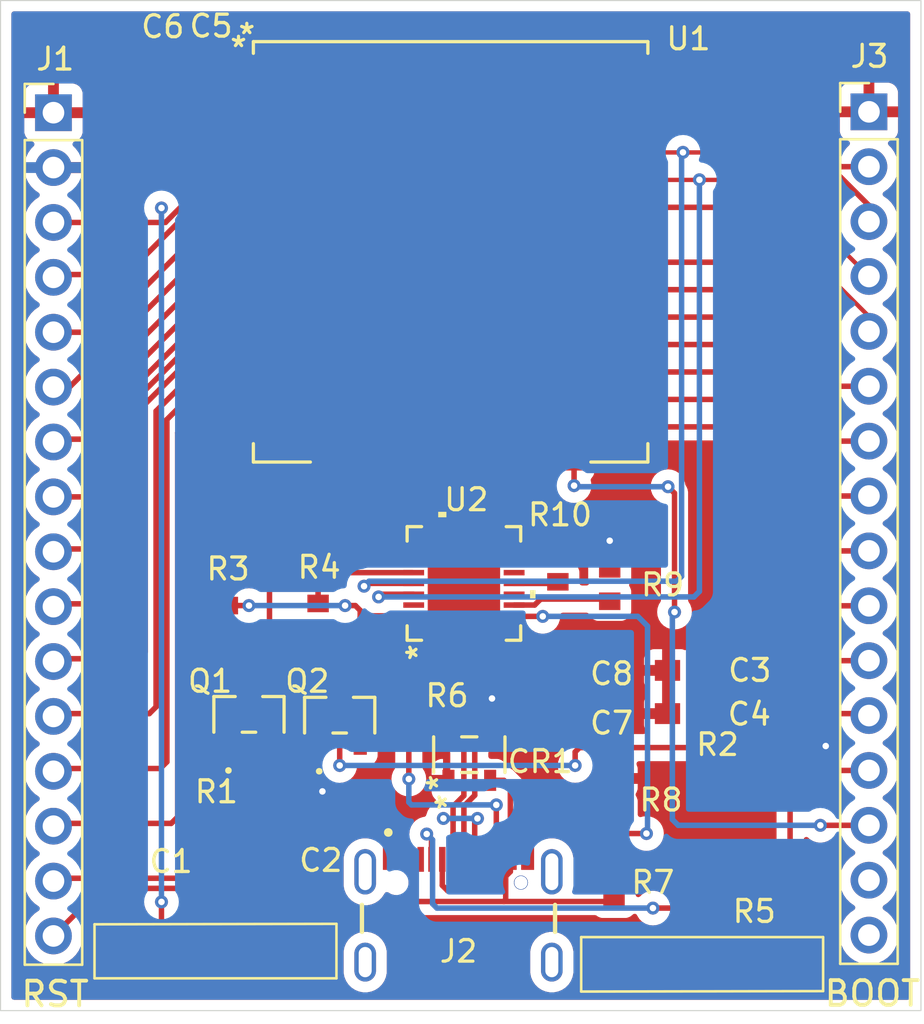
<source format=kicad_pcb>
(kicad_pcb (version 20240108) (generator "pcbnew") (generator_version "8.0")
  (layers (0 "F.Cu" signal) (31 "B.Cu" signal) (34 "B.Paste" user) (35 "F.Paste" user) (36 "B.SilkS" user "B.Silkscreen") (37 "F.SilkS" user "F.Silkscreen") (38 "B.Mask" user) (39 "F.Mask" user) (44 "Edge.Cuts" user))
  (net 0 "")
  (net 1 "ESP32_En")
  (net 2 "GND")
  (net 3 "+3.3V")
  (net 4 "GPIO_0")
  (net 5 "USB_DP")
  (net 6 "VBUS")
  (net 7 "USB_DN")
  (net 8 "RTS")
  (net 11 "DTR")
  (net 12 "Net-(J2-CC1)")
  (net 13 "Net-(J2-CC2)")
  (net 16 "Net-(Q1-B)")
  (net 17 "Net-(Q2-B)")
  (net 18 "RXD")
  (net 19 "Net-(U2-VBUS)")
  (net 20 "Net-(U2-RSTb)")
  (net 21 "Net-(U2-SUSPENDb)")
  (net 29 "GPIO_35")
  (net 30 "GPIO_16")
  (net 31 "GPIO_12")
  (net 33 "GPIO_19")
  (net 34 "GPIO_21")
  (net 35 "GPIO_15")
  (net 36 "GPIO23")
  (net 37 "GPIO_33")
  (net 38 "GPIO_27")
  (net 39 "GPIO_5")
  (net 41 "GPIO_32")
  (net 44 "GPIO_17")
  (net 45 "Sensor_VN")
  (net 46 "Sensor_VP")
  (net 48 "GPIO_22")
  (net 50 "GPIO_14")
  (net 53 "GPIO_26")
  (net 54 "GPIO_2")
  (net 55 "GPIO_34")
  (net 56 "GPIO_13")
  (net 57 "GPIO_4")
  (net 58 "GPIO_25")
  (net 59 "GPIO_18")
  (net 68 "TXD")
  (footprint "Projet_librairies:YAG_CC0603_YAG-M" (layer "F.Cu") (at 136 105)
    (property "Reference" "C3")
    (property "Value" "0.1uf" (hide yes))
  )
  (footprint "Projet_librairies:TVS-SP05_LTF" (layer "F.Cu") (at 126 108.9 90)
    (property "Reference" "CR1")
    (property "Value" "SP0503BAHTG" (hide yes))
  )
  (footprint "Projet_librairies:ESP32-WROOM-32UE_EXP" (layer "F.Cu") (at 125.135 85.630001)
    (property "Reference" "U1")
    (property "Value" "ESP32-WROOM-32UE-N8" (hide yes))
  )
  (footprint "Projet_librairies:STA_RMCF0603_STP-M" (layer "F.Cu") (at 123.2 106.2 -90)
    (property "Reference" "R6")
    (property "Value" "5.11k" (hide yes))
  )
  (footprint "Projet_librairies:PTS636_SK" (layer "F.Cu") (at 114.25 118 180)
    (property "Reference" "SW1" (hide yes))
    (property "Value" "Reset" (hide yes))
  )
  (footprint "Connector_PinHeader_2.54mm:PinHeader_1x16_P2.54mm_Vertical" (layer "F.Cu") (at 106.75 79.19)
    (property "Reference" "J1")
    (property "Value" "Conn_01x16" (hide yes))
  )
  (footprint "Projet_librairies:STA_RMCF0603_STP-M" (layer "F.Cu") (at 130.1 100.1507 90)
    (property "Reference" "R10")
    (property "Value" "10k" (hide yes))
  )
  (footprint "Projet_librairies:YAG_CC0603_YAG-M" (layer "F.Cu") (at 111.9 77.7745 -90)
    (property "Reference" "C6")
    (property "Value" "0.1uf" (hide yes))
  )
  (footprint "Projet_librairies:PTS636_SK" (layer "F.Cu") (at 136.779 118.5926)
    (property "Reference" "SW2" (hide yes))
    (property "Value" "Boot")
  )
  (footprint "Projet_librairies:GCT_USB4105-GF-A" (layer "F.Cu") (at 125.5 118.5)
    (property "Reference" "J2")
    (property "Value" "2171790001")
  )
  (footprint "Projet_librairies:YAG_CC0603_YAG-M" (layer "F.Cu") (at 136 107)
    (property "Reference" "C4")
    (property "Value" "0.1uf" (hide yes))
  )
  (footprint "Projet_librairies:STA_RMCF0603_STP-M" (layer "F.Cu") (at 132.5 101.0507 -90)
    (property "Reference" "R9")
    (property "Value" "2K" (hide yes))
  )
  (footprint "Connector_PinHeader_2.54mm:PinHeader_1x16_P2.54mm_Vertical" (layer "F.Cu") (at 144.5 79.15)
    (property "Reference" "J3")
    (property "Value" "Conn_01x16" (hide yes))
  )
  (footprint "Projet_librairies:YAG_CC0603_YAG-M" (layer "F.Cu") (at 114.1 77.7745 -90)
    (property "Reference" "C5")
    (property "Value" "22uf" (hide yes))
  )
  (footprint "Projet_librairies:TRAN_SS8050-G_CIP-M" (layer "F.Cu") (at 115.8 107.0349)
    (property "Reference" "Q1")
    (property "Value" "S8050" (hide yes))
  )
  (footprint "Projet_librairies:STA_RMCF0603_STP-M" (layer "F.Cu") (at 132.7 114.8 -90)
    (property "Reference" "R7")
    (property "Value" "22.1k" (hide yes))
  )
  (footprint "Projet_librairies:STA_RMCF0603_STP-M" (layer "F.Cu") (at 132.8 110.7507 90)
    (property "Reference" "R8")
    (property "Value" "47.5K" (hide yes))
  )
  (footprint "Projet_librairies:TRAN_SS8050-G_CIP-M" (layer "F.Cu") (at 120 107.071799)
    (property "Reference" "Q2")
    (property "Value" "S8050" (hide yes))
  )
  (footprint "Projet_librairies:YAG_CC0603_YAG-M" (layer "F.Cu") (at 117.1 113.8 -90)
    (property "Reference" "C2")
    (property "Value" "0.1uf" (hide yes))
  )
  (footprint "Projet_librairies:YAG_CC0603_YAG-M" (layer "F.Cu") (at 129.75 105.05 180)
    (property "Reference" "C8")
    (property "Value" "0.1uf" (hide yes))
  )
  (footprint "Projet_librairies:STA_RMCF0603_STP-M" (layer "F.Cu") (at 117.5 110.6)
    (property "Reference" "R1")
    (property "Value" "10k" (hide yes))
  )
  (footprint "Projet_librairies:STA_RMCF0603_STP-M" (layer "F.Cu") (at 140.3223 108.5)
    (property "Reference" "R2")
    (property "Value" "10k" (hide yes))
  )
  (footprint "Projet_librairies:QFN28_5X5_SIL" (layer "F.Cu") (at 125.75 100.9759 90)
    (property "Reference" "U2")
    (property "Value" "CP2102N-A02-GQFN28" (hide yes))
  )
  (footprint "Projet_librairies:YAG_CC0603_YAG-M" (layer "F.Cu") (at 114.9 113.8255 -90)
    (property "Reference" "C1")
    (property "Value" "0.1uf" (hide yes))
  )
  (footprint "Projet_librairies:YAG_CC0603_YAG-M" (layer "F.Cu") (at 129.75 107.3 180)
    (property "Reference" "C7")
    (property "Value" "10uF" (hide yes))
  )
  (footprint "Projet_librairies:STA_RMCF0603_STP-M" (layer "F.Cu") (at 114.8 102.7493 -90)
    (property "Reference" "R3")
    (property "Value" "10k" (hide yes))
  )
  (footprint "Projet_librairies:STA_RMCF0603_STP-M" (layer "F.Cu") (at 119 102.6507 -90)
    (property "Reference" "R4")
    (property "Value" "10k" (hide yes))
  )
  (footprint "Projet_librairies:STA_RMCF0603_STP-M" (layer "F.Cu") (at 136.5 116)
    (property "Reference" "R5")
    (property "Value" "5.11k" (hide yes))
  )
  (gr_poly (pts (xy 126.7 103.4) (xy 126.85 104.05) (xy 127.25 104.05) (xy 127.4 103.4) (xy 127.4 103) (xy 126.7 103)) (stroke (width 0.2)) (fill solid) (layer "F.Cu") (net 3))
  (gr_rect (start 104.3 74) (end 146.908 120.745) (stroke (width 0.05)) (fill none) (layer "Edge.Cuts"))
  (gr_text "RST\n" (at 105.156 120.65 0) (layer "F.SilkS") (effects (font (size 1.143 1.143) (thickness 0.1778)) (justify left bottom)))
  (gr_text "BOOT" (at 142.3416 120.6246 0) (layer "F.SilkS") (effects (font (size 1.143 1.143) (thickness 0.1778)) (justify left bottom)))
  (segment (start 111.73 84.27) (end 106.75 84.27) (width 0.254) (layer "F.Cu") (net 1))
  (segment (start 111.93 84.27) (end 111.73 84.27) (width 0.254) (layer "F.Cu") (net 1))
  (segment (start 115 81.2) (end 111.93 84.27) (width 0.254) (layer "F.Cu") (net 1))
  (segment (start 116.7252 110.6255) (end 115.9 110.6255) (width 0.254) (layer "F.Cu") (net 1))
  (segment (start 115.8 105.9631) (end 115.8 110.5255) (width 0.2) (layer "F.Cu") (net 1))
  (segment (start 111.75 83.6) (end 111.75 84.25) (width 0.254) (layer "F.Cu") (net 1))
  (segment (start 117.5 114.6255) (end 113.9 114.6255) (width 0.254) (layer "F.Cu") (net 1))
  (segment (start 114.3745 110.6255) (end 115.9 110.6255) (width 0.254) (layer "F.Cu") (net 1))
  (segment (start 111.75 118) (end 113.7 118) (width 0.254) (layer "F.Cu") (net 1))
  (segment (start 115 80.141701) (end 115 81.2) (width 0.254) (layer "F.Cu") (net 1))
  (segment (start 113.9 117.8) (end 113.9 111.1) (width 0.254) (layer "F.Cu") (net 1))
  (segment (start 113.9 111.1) (end 114.3745 110.6255) (width 0.254) (layer "F.Cu") (net 1))
  (segment (start 111.75 84.25) (end 111.73 84.27) (width 0.254) (layer "F.Cu") (net 1))
  (segment (start 116.385 79.760001) (end 115.3817 79.760001) (width 0.254) (layer "F.Cu") (net 1))
  (segment (start 113.7 118) (end 113.9 117.8) (width 0.254) (layer "F.Cu") (net 1))
  (segment (start 115.8 110.5255) (end 115.9 110.6255) (width 0.2) (layer "F.Cu") (net 1))
  (segment (start 115.3817 79.760001) (end 115 80.141701) (width 0.254) (layer "F.Cu") (net 1))
  (segment (start 110.150001 118) (end 111.75 118) (width 0.254) (layer "F.Cu") (net 1))
  (segment (start 116.7507 110.6) (end 116.7252 110.6255) (width 0.254) (layer "F.Cu") (net 1))
  (segment (start 111.75 118) (end 111.75 115.7144) (width 0.254) (layer "F.Cu") (net 1))
  (via (at 111.75 115.7144) (size 0.6) (drill 0.3) (layers "F.Cu" "B.Cu") (net 1))
  (via (at 111.75 83.6) (size 0.6) (drill 0.3) (layers "F.Cu" "B.Cu") (net 1))
  (segment (start 111.75 83.6) (end 111.75 115.7144) (width 0.254) (layer "B.Cu") (net 1))
  (segment (start 125.0348 110.0348) (end 125 110) (width 0.254) (layer "F.Cu") (net 2))
  (segment (start 125.250001 103.3) (end 125.250001 100.995998) (width 0.254) (layer "F.Cu") (net 2))
  (segment (start 125.250001 100.995998) (end 125.745999 100.5) (width 0.254) (layer "F.Cu") (net 2))
  (segment (start 125.013598 104.3) (end 123.5 104.3) (width 0.508) (layer "F.Cu") (net 2))
  (segment (start 125.250001 104.063597) (end 125.013598 104.3) (width 0.254) (layer "F.Cu") (net 2))
  (segment (start 125.250001 103.3) (end 125.250001 104.063597) (width 0.254) (layer "F.Cu") (net 2))
  (segment (start 128.8745 106.3) (end 128.9245 106.35) (width 0.508) (layer "F.Cu") (net 3))
  (segment (start 119.2 110.6) (end 118.2493 110.6) (width 0.508) (layer "F.Cu") (net 3))
  (segment (start 142.5 108.5) (end 141.0716 108.5) (width 0.508) (layer "F.Cu") (net 3))
  (segment (start 112.27 81.73) (end 113 81) (width 0.508) (layer "F.Cu") (net 3))
  (segment (start 113 81) (end 113 78.5) (width 0.508) (layer "F.Cu") (net 3))
  (segment (start 128.9245 106.35) (end 128.9245 107.3) (width 0.508) (layer "F.Cu") (net 3))
  (segment (start 113 78.5) (end 114 78.5) (width 0.508) (layer "F.Cu") (net 3))
  (segment (start 127.2 103.35) (end 127 103.15) (width 0.508) (layer "F.Cu") (net 3))
  (segment (start 127.05 106.3) (end 128.8745 106.3) (width 0.508) (layer "F.Cu") (net 3))
  (segment (start 132.5 99.9014) (end 132.5 99) (width 0.508) (layer "F.Cu") (net 3))
  (segment (start 127.05 103.2) (end 127.05 106.3) (width 0.508) (layer "F.Cu") (net 3))
  (segment (start 116.385 78.490001) (end 114.009999 78.490001) (width 0.508) (layer "F.Cu") (net 3))
  (segment (start 114.009999 78.490001) (end 114 78.5) (width 0.2) (layer "F.Cu") (net 3))
  (segment (start 112 78.5) (end 113 78.5) (width 0.508) (layer "F.Cu") (net 3))
  (segment (start 128.9245 105.05) (end 128.9245 106.35) (width 0.508) (layer "F.Cu") (net 3))
  (segment (start 106.75 81.73) (end 112.27 81.73) (width 0.508) (layer "F.Cu") (net 3))
  (via (at 132.5 99) (size 0.6) (drill 0.3) (layers "F.Cu" "B.Cu") (net 3))
  (via (at 119.2 110.6) (size 0.6) (drill 0.3) (layers "F.Cu" "B.Cu") (net 3))
  (via (at 142.5 108.5) (size 0.6) (drill 0.3) (layers "F.Cu" "B.Cu") (net 3))
  (via (at 127.05 106.3) (size 0.6) (drill 0.3) (layers "F.Cu" "B.Cu") (net 3))
  (segment (start 138.151 107) (end 138.151 105) (width 0.254) (layer "F.Cu") (net 4))
  (segment (start 138.151 94.051) (end 137.830001 93.730001) (width 0.254) (layer "F.Cu") (net 4))
  (segment (start 138.124 108.573) (end 138.151 108.6) (width 0.254) (layer "F.Cu") (net 4))
  (segment (start 139.573 108.5) (end 138.251 108.5) (width 0.254) (layer "F.Cu") (net 4))
  (segment (start 130.9 108.773) (end 131.1 108.573) (width 0.254) (layer "F.Cu") (net 4))
  (segment (start 136.8255 107) (end 138.151 107) (width 0.254) (layer "F.Cu") (net 4))
  (segment (start 138.151 105) (end 138.151 94.051) (width 0.254) (layer "F.Cu") (net 4))
  (segment (start 138.151 108.6) (end 138.151 107) (width 0.254) (layer "F.Cu") (net 4))
  (segment (start 138.151 109.449) (end 138.151 108.6) (width 0.254) (layer "F.Cu") (net 4))
  (segment (start 120 109.4) (end 120 105.999999) (width 0.254) (layer "F.Cu") (net 4))
  (segment (start 130.9 109.4) (end 130.9 108.773) (width 0.254) (layer "F.Cu") (net 4))
  (segment (start 140.878999 118.5926) (end 140.849999 118.5636) (width 0.254) (layer "F.Cu") (net 4))
  (segment (start 136.8255 105) (end 138.151 105) (width 0.254) (layer "F.Cu") (net 4))
  (segment (start 138.251 108.5) (end 138.151 108.6) (width 0.254) (layer "F.Cu") (net 4))
  (segment (start 144.5 109.63) (end 138.332 109.63) (width 0.254) (layer "F.Cu") (net 4))
  (segment (start 137.830001 93.730001) (end 133.885 93.730001) (width 0.254) (layer "F.Cu") (net 4))
  (segment (start 140.849999 118.5636) (end 140.849999 109.779999) (width 0.254) (layer "F.Cu") (net 4))
  (segment (start 138.332 109.63) (end 138.151 109.449) (width 0.254) (layer "F.Cu") (net 4))
  (segment (start 131.1 108.573) (end 138.124 108.573) (width 0.254) (layer "F.Cu") (net 4))
  (via (at 120 109.4) (size 0.6) (drill 0.3) (layers "F.Cu" "B.Cu") (net 4))
  (via (at 130.9 109.4) (size 0.6) (drill 0.3) (layers "F.Cu" "B.Cu") (net 4))
  (segment (start 130.9 109.4) (end 120 109.4) (width 0.254) (layer "B.Cu") (net 4))
  (segment (start 125.25 111.8) (end 125.25 112) (width 0.254) (layer "F.Cu") (net 5))
  (segment (start 125.25 112) (end 125.25 112.522) (width 0.254) (layer "F.Cu") (net 5))
  (segment (start 125.748 107.7468) (end 125.748 104.1096) (width 0.254) (layer "F.Cu") (net 5))
  (segment (start 125.748 104.1096) (end 125.75 104.1076) (width 0.254) (layer "F.Cu") (net 5))
  (segment (start 125.25 112.522) (end 125.25 113.745) (width 0.254) (layer "F.Cu") (net 5))
  (segment (start 125.748 110.7966) (end 125.25 111.2946) (width 0.254) (layer "F.Cu") (net 5))
  (segment (start 126.377 111.8512) (end 126.25 111.9782) (width 0.254) (layer "F.Cu") (net 5))
  (segment (start 124.8 111.8512) (end 125.1988 111.8512) (width 0.254) (layer "F.Cu") (net 5))
  (segment (start 125.75 104.1076) (end 125.75 103.3) (width 0.254) (layer "F.Cu") (net 5))
  (segment (start 125.748 107.7468) (end 125.748 110.7966) (width 0.254) (layer "F.Cu") (net 5))
  (segment (start 125.25 111.2946) (end 125.25 111.8) (width 0.254) (layer "F.Cu") (net 5))
  (segment (start 125.71375 107.71255) (end 125.748 107.7468) (width 0.254) (layer "F.Cu") (net 5))
  (segment (start 125.1988 111.8512) (end 125.25 111.8) (width 0.254) (layer "F.Cu") (net 5))
  (segment (start 125.0348 107.71255) (end 125.71375 107.71255) (width 0.254) (layer "F.Cu") (net 5))
  (segment (start 126.25 111.9782) (end 126.25 113.745) (width 0.254) (layer "F.Cu") (net 5))
  (via (at 124.8 111.8512) (size 0.6) (drill 0.3) (layers "F.Cu" "B.Cu") (net 5))
  (via (at 126.377 111.8512) (size 0.6) (drill 0.3) (layers "F.Cu" "B.Cu") (net 5))
  (segment (start 124.8 111.8512) (end 126.377 111.8512) (width 0.254) (layer "B.Cu") (net 5))
  (segment (start 132.5523 115.697) (end 127.6 115.697) (width 0.254) (layer "F.Cu") (net 6))
  (segment (start 132.7 115.5493) (end 132.5523 115.697) (width 0.254) (layer "F.Cu") (net 6))
  (segment (start 127.684 114.527565) (end 127.9 114.311565) (width 0.254) (layer "F.Cu") (net 6))
  (segment (start 127.6 115.697) (end 123.5224 115.697) (width 0.254) (layer "F.Cu") (net 6))
  (segment (start 127.684 115.613) (end 127.6 115.697) (width 0.254) (layer "F.Cu") (net 6))
  (segment (start 127.9 110.38745) (end 127.6 110.08745) (width 0.254) (layer "F.Cu") (net 6))
  (segment (start 123.316 115.5182) (end 123.5086 115.7108) (width 0.254) (layer "F.Cu") (net 6))
  (segment (start 127.9 114.311565) (end 127.9 113.745) (width 0.254) (layer "F.Cu") (net 6))
  (segment (start 127.684 114.527565) (end 127.684 115.613) (width 0.254) (layer "F.Cu") (net 6))
  (segment (start 123.5224 115.697) (end 123.5086 115.7108) (width 0.254) (layer "F.Cu") (net 6))
  (segment (start 123.1 114.311565) (end 123.316 114.527565) (width 0.254) (layer "F.Cu") (net 6))
  (segment (start 123.316 114.527565) (end 123.316 115.5182) (width 0.254) (layer "F.Cu") (net 6))
  (segment (start 123.1 113.745) (end 123.1 114.311565) (width 0.254) (layer "F.Cu") (net 6))
  (segment (start 127.9 113.745) (end 127.9 110.38745) (width 0.254) (layer "F.Cu") (net 6))
  (segment (start 127.6 110.08745) (end 126.9652 110.08745) (width 0.254) (layer "F.Cu") (net 6))
  (segment (start 125.75 113.745) (end 125.75 115) (width 0.254) (layer "F.Cu") (net 7))
  (segment (start 126.28945 107.71255) (end 126.9652 107.71255) (width 0.254) (layer "F.Cu") (net 7))
  (segment (start 126.249999 104.107598) (end 126.249999 103.3) (width 0.254) (layer "F.Cu") (net 7))
  (segment (start 125 115.2) (end 124.75 114.95) (width 0.254) (layer "F.Cu") (net 7))
  (segment (start 126.252 107.75) (end 126.28945 107.71255) (width 0.254) (layer "F.Cu") (net 7))
  (segment (start 124.75 114.95) (end 124.75 113.745) (width 0.254) (layer "F.Cu") (net 7))
  (segment (start 126.252 110.77909) (end 125.75 111.28109) (width 0.254) (layer "F.Cu") (net 7))
  (segment (start 126.252 104.109599) (end 126.249999 104.107598) (width 0.254) (layer "F.Cu") (net 7))
  (segment (start 126.252 107.75) (end 126.252 110.77909) (width 0.254) (layer "F.Cu") (net 7))
  (segment (start 126.252 107.75) (end 126.252 104.109599) (width 0.254) (layer "F.Cu") (net 7))
  (segment (start 125.75 115) (end 125.55 115.2) (width 0.254) (layer "F.Cu") (net 7))
  (segment (start 125.55 115.2) (end 125 115.2) (width 0.254) (layer "F.Cu") (net 7))
  (segment (start 125.75 111.28109) (end 125.75 113.745) (width 0.254) (layer "F.Cu") (net 7))
  (segment (start 116.750001 100.725901) (end 117 100.475902) (width 0.254) (layer "F.Cu") (net 8))
  (segment (start 117 100.475902) (end 119 100.475902) (width 0.254) (layer "F.Cu") (net 8))
  (segment (start 119 100.475902) (end 123.375899 100.475902) (width 0.254) (layer "F.Cu") (net 8))
  (segment (start 116.750001 108.106699) (end 116.750001 100.725901) (width 0.254) (layer "F.Cu") (net 8))
  (segment (start 119 101.9014) (end 119 100.475902) (width 0.254) (layer "F.Cu") (net 8))
  (segment (start 120.25 102) (end 120.725 102) (width 0.254) (layer "F.Cu") (net 11))
  (segment (start 120.950001 108.143598) (end 120.950001 102.5518) (width 0.254) (layer "F.Cu") (net 11))
  (segment (start 120.950001 102.225001) (end 120.950001 102.5518) (width 0.254) (layer "F.Cu") (net 11))
  (segment (start 120.725 102) (end 120.950001 102.225001) (width 0.254) (layer "F.Cu") (net 11))
  (segment (start 120.950001 102.5518) (end 121.025901 102.4759) (width 0.254) (layer "F.Cu") (net 11))
  (segment (start 115.8 102) (end 114.8 102) (width 0.254) (layer "F.Cu") (net 11))
  (segment (start 123.4259 102.4759) (end 121.025901 102.4759) (width 0.254) (layer "F.Cu") (net 11))
  (via (at 120.25 102) (size 0.6) (drill 0.3) (layers "F.Cu" "B.Cu") (net 11))
  (via (at 115.8 102) (size 0.6) (drill 0.3) (layers "F.Cu" "B.Cu") (net 11))
  (segment (start 115.8 102) (end 120.25 102) (width 0.254) (layer "B.Cu") (net 11))
  (segment (start 134.5 116) (end 135.7507 116) (width 0.254) (layer "F.Cu") (net 12))
  (segment (start 124.0282 112.5728) (end 124.25 112.7946) (width 0.254) (layer "F.Cu") (net 12))
  (segment (start 124.25 112.7946) (end 124.25 113.745) (width 0.254) (layer "F.Cu") (net 12))
  (via (at 134.5 116) (size 0.6) (drill 0.3) (layers "F.Cu" "B.Cu") (net 12))
  (via (at 124.0282 112.5728) (size 0.6) (drill 0.3) (layers "F.Cu" "B.Cu") (net 12))
  (segment (start 124.3 112.8446) (end 124.3 115.8) (width 0.254) (layer "B.Cu") (net 12))
  (segment (start 124.5 116) (end 134.5 116) (width 0.254) (layer "B.Cu") (net 12))
  (segment (start 124.3 115.8) (end 124.5 116) (width 0.254) (layer "B.Cu") (net 12))
  (segment (start 124.0282 112.5728) (end 124.3 112.8446) (width 0.254) (layer "B.Cu") (net 12))
  (segment (start 123.2 110.027) (end 123.2 106.9493) (width 0.254) (layer "F.Cu") (net 13))
  (segment (start 127.25 111.2242) (end 127.25 113.745) (width 0.254) (layer "F.Cu") (net 13))
  (via (at 123.2 110.027) (size 0.6) (drill 0.3) (layers "F.Cu" "B.Cu") (net 13))
  (via (at 127.25 111.2242) (size 0.6) (drill 0.3) (layers "F.Cu" "B.Cu") (net 13))
  (segment (start 123.2 111.1) (end 123.2 110.027) (width 0.254) (layer "B.Cu") (net 13))
  (segment (start 123.3242 111.2242) (end 123.2 111.1) (width 0.254) (layer "B.Cu") (net 13))
  (segment (start 127.25 111.2242) (end 123.3242 111.2242) (width 0.254) (layer "B.Cu") (net 13))
  (segment (start 114.849999 103.548599) (end 114.8 103.4986) (width 0.254) (layer "F.Cu") (net 16))
  (segment (start 114.849999 108.106699) (end 114.849999 103.548599) (width 0.254) (layer "F.Cu") (net 16))
  (segment (start 119.049999 108.143598) (end 119.049999 103.449999) (width 0.254) (layer "F.Cu") (net 17))
  (segment (start 119.049999 103.449999) (end 119 103.4) (width 0.254) (layer "F.Cu") (net 17))
  (segment (start 121.256902 100.973) (end 121.127 101.102902) (width 0.254) (layer "F.Cu") (net 18))
  (segment (start 123.372998 100.973) (end 121.256902 100.973) (width 0.254) (layer "F.Cu") (net 18))
  (segment (start 138.760001 81.030001) (end 133.885 81.030001) (width 0.2) (layer "F.Cu") (net 18))
  (segment (start 123.375899 100.975901) (end 123.372998 100.973) (width 0.254) (layer "F.Cu") (net 18))
  (segment (start 144.5 86.77) (end 138.760001 81.030001) (width 0.2) (layer "F.Cu") (net 18))
  (via (at 121.127 101.102902) (size 0.6) (drill 0.3) (layers "F.Cu" "B.Cu") (net 18))
  (via (at 135.89 81.026) (size 0.6) (drill 0.3) (layers "F.Cu" "B.Cu") (net 18))
  (segment (start 135.827 81.089) (end 135.89 81.026) (width 0.254) (layer "B.Cu") (net 18))
  (segment (start 121.356902 100.873) (end 135.601 100.873) (width 0.254) (layer "B.Cu") (net 18))
  (segment (start 135.601 100.873) (end 135.827 100.647) (width 0.254) (layer "B.Cu") (net 18))
  (segment (start 121.127 101.102902) (end 121.356902 100.873) (width 0.254) (layer "B.Cu") (net 18))
  (segment (start 136 81.136) (end 135.89 81.026) (width 0.2) (layer "B.Cu") (net 18))
  (segment (start 135.827 100.647) (end 135.827 81.089) (width 0.254) (layer "B.Cu") (net 18))
  (segment (start 129.4 102.5) (end 128.048198 102.5) (width 0.254) (layer "F.Cu") (net 19))
  (segment (start 132.7 112.6) (end 132.7 111.6) (width 0.254) (layer "F.Cu") (net 19))
  (segment (start 134.2 112.55) (end 132.75 112.55) (width 0.254) (layer "F.Cu") (net 19))
  (segment (start 132.7 113.9507) (end 132.7 112.6) (width 0.254) (layer "F.Cu") (net 19))
  (segment (start 132.7 111.6) (end 132.8 111.5) (width 0.254) (layer "F.Cu") (net 19))
  (segment (start 132.75 112.55) (end 132.7 112.6) (width 0.254) (layer "F.Cu") (net 19))
  (via (at 134.2 112.55) (size 0.6) (drill 0.3) (layers "F.Cu" "B.Cu") (net 19))
  (via (at 129.4 102.5) (size 0.6) (drill 0.3) (layers "F.Cu" "B.Cu") (net 19))
  (segment (start 134.25 102.95) (end 134.25 112.5) (width 0.254) (layer "B.Cu") (net 19))
  (segment (start 133.8 102.5) (end 134.25 102.95) (width 0.254) (layer "B.Cu") (net 19))
  (segment (start 129.4 102.5) (end 133.8 102.5) (width 0.254) (layer "B.Cu") (net 19))
  (segment (start 134.25 112.5) (end 134.2 112.55) (width 0.254) (layer "B.Cu") (net 19))
  (segment (start 132.5 101.7) (end 129.3 101.7) (width 0.254) (layer "F.Cu") (net 20))
  (segment (start 129.3 101.7) (end 129.024099 101.975901) (width 0.254) (layer "F.Cu") (net 20))
  (segment (start 129.024099 101.975901) (end 128.074099 101.975901) (width 0.254) (layer "F.Cu") (net 20))
  (segment (start 128.0741 100.9759) (end 130.0241 100.9759) (width 0.254) (layer "F.Cu") (net 21))
  (segment (start 130.0241 100.9759) (end 130.1 100.9) (width 0.254) (layer "F.Cu") (net 21))
  (segment (start 106.88 94.3) (end 106.75 94.43) (width 0.254) (layer "F.Cu") (net 29))
  (segment (start 108.7 94.3) (end 106.88 94.3) (width 0.254) (layer "F.Cu") (net 29))
  (segment (start 109.177 93.823) (end 108.7 94.3) (width 0.254) (layer "F.Cu") (net 29))
  (segment (start 115.8072 84.840001) (end 115.659999 84.840001) (width 0.254) (layer "F.Cu") (net 29))
  (segment (start 115.659999 84.840001) (end 109.177 91.323) (width 0.254) (layer "F.Cu") (net 29))
  (segment (start 109.177 91.323) (end 109.177 93.823) (width 0.254) (layer "F.Cu") (net 29))
  (segment (start 144.5 104.55) (end 140.55 104.55) (width 0.254) (layer "F.Cu") (net 30))
  (segment (start 140.3 104.3) (end 140.3 91.6) (width 0.254) (layer "F.Cu") (net 30))
  (segment (start 139.890001 91.190001) (end 133.885 91.190001) (width 0.254) (layer "F.Cu") (net 30))
  (segment (start 140.3 91.6) (end 139.890001 91.190001) (width 0.254) (layer "F.Cu") (net 30))
  (segment (start 140.55 104.55) (end 140.3 104.3) (width 0.254) (layer "F.Cu") (net 30))
  (segment (start 112.5 94) (end 112.5 111.782) (width 0.254) (layer "F.Cu") (net 31))
  (segment (start 106.88 112.08) (end 106.75 112.21) (width 0.254) (layer "F.Cu") (net 31))
  (segment (start 112.769999 93.730001) (end 112.5 94) (width 0.254) (layer "F.Cu") (net 31))
  (segment (start 112.5 111.782) (end 112.202 112.08) (width 0.254) (layer "F.Cu") (net 31))
  (segment (start 116.385 93.730001) (end 112.769999 93.730001) (width 0.254) (layer "F.Cu") (net 31))
  (segment (start 112.202 112.08) (end 106.88 112.08) (width 0.254) (layer "F.Cu") (net 31))
  (segment (start 142.3 94.2) (end 142.3 87.7) (width 0.254) (layer "F.Cu") (net 33))
  (segment (start 142.49 94.39) (end 142.3 94.2) (width 0.254) (layer "F.Cu") (net 33))
  (segment (start 144.5 94.39) (end 142.49 94.39) (width 0.254) (layer "F.Cu") (net 33))
  (segment (start 142.3 87.7) (end 140.710001 86.110001) (width 0.254) (layer "F.Cu") (net 33))
  (segment (start 140.710001 86.110001) (end 133.885 86.110001) (width 0.254) (layer "F.Cu") (net 33))
  (segment (start 142.8 91.5) (end 142.8 87.6) (width 0.254) (layer "F.Cu") (net 34))
  (segment (start 144.5 91.85) (end 143.15 91.85) (width 0.254) (layer "F.Cu") (net 34))
  (segment (start 138.770001 83.570001) (end 133.885 83.570001) (width 0.254) (layer "F.Cu") (net 34))
  (segment (start 142.8 87.6) (end 138.770001 83.570001) (width 0.254) (layer "F.Cu") (net 34))
  (segment (start 143.15 91.85) (end 142.8 91.5) (width 0.254) (layer "F.Cu") (net 34))
  (segment (start 112.9792 115.0874) (end 113.5 114.5666) (width 0.254) (layer "F.Cu") (net 35))
  (segment (start 113.5 114.5666) (end 113.5 97) (width 0.254) (layer "F.Cu") (net 35))
  (segment (start 106.75 117.29) (end 108.9526 115.0874) (width 0.254) (layer "F.Cu") (net 35))
  (segment (start 113.5 97) (end 113.856 96.644) (width 0.254) (layer "F.Cu") (net 35))
  (segment (start 129.58 96.42) (end 129.58 95) (width 0.254) (layer "F.Cu") (net 35))
  (segment (start 129.356 96.644) (end 129.58 96.42) (width 0.254) (layer "F.Cu") (net 35))
  (segment (start 108.9526 115.0874) (end 112.9792 115.0874) (width 0.254) (layer "F.Cu") (net 35))
  (segment (start 113.856 96.644) (end 129.356 96.644) (width 0.254) (layer "F.Cu") (net 35))
  (segment (start 143.19 81.69) (end 139.990001 78.490001) (width 0.254) (layer "F.Cu") (net 36))
  (segment (start 144.5 81.69) (end 143.19 81.69) (width 0.254) (layer "F.Cu") (net 36))
  (segment (start 139.990001 78.490001) (end 133.885 78.490001) (width 0.254) (layer "F.Cu") (net 36))
  (segment (start 110.085 99.084) (end 109.789 99.38) (width 0.254) (layer "F.Cu") (net 37))
  (segment (start 109.789 99.38) (end 106.88 99.38) (width 0.254) (layer "F.Cu") (net 37))
  (segment (start 106.88 99.38) (end 106.75 99.51) (width 0.254) (layer "F.Cu") (net 37))
  (segment (start 116.385 87.380001) (end 115.000849 87.380001) (width 0.254) (layer "F.Cu") (net 37))
  (segment (start 115.000849 87.380001) (end 110.085 92.29585) (width 0.254) (layer "F.Cu") (net 37))
  (segment (start 110.085 92.29585) (end 110.085 99.084) (width 0.254) (layer "F.Cu") (net 37))
  (segment (start 111.5 106.686) (end 111.186 107) (width 0.254) (layer "F.Cu") (net 38))
  (segment (start 116.385 91.190001) (end 113.309999 91.190001) (width 0.254) (layer "F.Cu") (net 38))
  (segment (start 111.5 93) (end 111.5 106.686) (width 0.254) (layer "F.Cu") (net 38))
  (segment (start 106.88 107) (end 106.75 107.13) (width 0.254) (layer "F.Cu") (net 38))
  (segment (start 113.309999 91.190001) (end 111.5 93) (width 0.254) (layer "F.Cu") (net 38))
  (segment (start 111.186 107) (end 106.88 107) (width 0.254) (layer "F.Cu") (net 38))
  (segment (start 140.950001 88.650001) (end 133.885 88.650001) (width 0.254) (layer "F.Cu") (net 39))
  (segment (start 141.3 99.2) (end 141.3 89) (width 0.254) (layer "F.Cu") (net 39))
  (segment (start 141.3 89) (end 140.950001 88.650001) (width 0.254) (layer "F.Cu") (net 39))
  (segment (start 141.57 99.47) (end 141.3 99.2) (width 0.254) (layer "F.Cu") (net 39))
  (segment (start 144.5 99.47) (end 141.57 99.47) (width 0.254) (layer "F.Cu") (net 39))
  (segment (start 109.28 96.97) (end 106.75 96.97) (width 0.254) (layer "F.Cu") (net 41))
  (segment (start 109.631 96.619) (end 109.28 96.97) (width 0.254) (layer "F.Cu") (net 41))
  (segment (start 109.631 91.869) (end 109.631 96.619) (width 0.254) (layer "F.Cu") (net 41))
  (segment (start 115.389999 86.110001) (end 109.631 91.869) (width 0.254) (layer "F.Cu") (net 41))
  (segment (start 116.385 86.110001) (end 115.389999 86.110001) (width 0.254) (layer "F.Cu") (net 41))
  (segment (start 141.01 102.01) (end 140.8 101.8) (width 0.254) (layer "F.Cu") (net 44))
  (segment (start 140.8 90.3) (end 140.420001 89.920001) (width 0.254) (layer "F.Cu") (net 44))
  (segment (start 140.420001 89.920001) (end 133.885 89.920001) (width 0.254) (layer "F.Cu") (net 44))
  (segment (start 140.8 101.8) (end 140.8 90.3) (width 0.254) (layer "F.Cu") (net 44))
  (segment (start 144.5 102.01) (end 141.01 102.01) (width 0.254) (layer "F.Cu") (net 44))
  (segment (start 116.385 82.300001) (end 115.949999 82.300001) (width 0.254) (layer "F.Cu") (net 45))
  (segment (start 115.949999 82.300001) (end 108.9 89.35) (width 0.254) (layer "F.Cu") (net 45))
  (segment (start 108.9 89.35) (end 106.75 89.35) (width 0.254) (layer "F.Cu") (net 45))
  (segment (start 115.769999 81.030001) (end 110.12 86.68) (width 0.254) (layer "F.Cu") (net 46))
  (segment (start 116.385 81.030001) (end 115.769999 81.030001) (width 0.254) (layer "F.Cu") (net 46))
  (segment (start 106.88 86.68) (end 106.75 86.81) (width 0.254) (layer "F.Cu") (net 46))
  (segment (start 110.12 86.68) (end 106.88 86.68) (width 0.254) (layer "F.Cu") (net 46))
  (segment (start 144.5 84.23) (end 144.5 83.48649) (width 0.254) (layer "F.Cu") (net 48))
  (segment (start 140.773511 79.760001) (end 133.885 79.760001) (width 0.254) (layer "F.Cu") (net 48))
  (segment (start 144.5 83.48649) (end 140.773511 79.760001) (width 0.254) (layer "F.Cu") (net 48))
  (segment (start 116.385 92.460001) (end 112.932051 92.460001) (width 0.254) (layer "F.Cu") (net 50))
  (segment (start 112.932051 92.460001) (end 112 93.392052) (width 0.254) (layer "F.Cu") (net 50))
  (segment (start 106.88 109.54) (end 106.75 109.67) (width 0.254) (layer "F.Cu") (net 50))
  (segment (start 111.694 109.54) (end 106.88 109.54) (width 0.254) (layer "F.Cu") (net 50))
  (segment (start 112 109.234) (end 111.694 109.54) (width 0.254) (layer "F.Cu") (net 50))
  (segment (start 112 93.392052) (end 112 109.234) (width 0.254) (layer "F.Cu") (net 50))
  (segment (start 113.744953 89.920001) (end 111 92.664954) (width 0.254) (layer "F.Cu") (net 53))
  (segment (start 111 92.664954) (end 111 104.138) (width 0.254) (layer "F.Cu") (net 53))
  (segment (start 116.385 89.920001) (end 113.744953 89.920001) (width 0.254) (layer "F.Cu") (net 53))
  (segment (start 106.88 104.46) (end 106.75 104.59) (width 0.254) (layer "F.Cu") (net 53))
  (segment (start 111 104.138) (end 110.678 104.46) (width 0.254) (layer "F.Cu") (net 53))
  (segment (start 110.678 104.46) (end 106.88 104.46) (width 0.254) (layer "F.Cu") (net 53))
  (segment (start 135.5 96.8) (end 135.2 96.5) (width 0.254) (layer "F.Cu") (net 54))
  (segment (start 135.5 102.3) (end 135.5 96.8) (width 0.254) (layer "F.Cu") (net 54))
  (segment (start 130.85 96.45) (end 130.85 95) (width 0.254) (layer "F.Cu") (net 54))
  (segment (start 142.25 112.17) (end 144.5 112.17) (width 0.254) (layer "F.Cu") (net 54))
  (via (at 135.2 96.5) (size 0.6) (drill 0.3) (layers "F.Cu" "B.Cu") (net 54))
  (via (at 135.5 102.3) (size 0.6) (drill 0.3) (layers "F.Cu" "B.Cu") (net 54))
  (via (at 142.25 112.17) (size 0.6) (drill 0.3) (layers "F.Cu" "B.Cu") (net 54))
  (via (at 130.85 96.45) (size 0.6) (drill 0.3) (layers "F.Cu" "B.Cu") (net 54))
  (segment (start 135.4 111.9) (end 135.67 112.17) (width 0.254) (layer "B.Cu") (net 54))
  (segment (start 135.67 112.17) (end 142.25 112.17) (width 0.254) (layer "B.Cu") (net 54))
  (segment (start 135.4 102.4) (end 135.4 111.9) (width 0.254) (layer "B.Cu") (net 54))
  (segment (start 130.9 96.5) (end 135.2 96.5) (width 0.254) (layer "B.Cu") (net 54))
  (segment (start 135.5 102.3) (end 135.4 102.4) (width 0.254) (layer "B.Cu") (net 54))
  (segment (start 130.85 96.45) (end 130.9 96.5) (width 0.254) (layer "B.Cu") (net 54))
  (segment (start 107.4915 91.89) (end 106.75 91.89) (width 0.254) (layer "F.Cu") (net 55))
  (segment (start 115.8072 83.5743) (end 107.4915 91.89) (width 0.254) (layer "F.Cu") (net 55))
  (segment (start 115.8072 83.570001) (end 115.8072 83.5743) (width 0.254) (layer "F.Cu") (net 55))
  (segment (start 112.71 114.62) (end 106.88 114.62) (width 0.254) (layer "F.Cu") (net 56))
  (segment (start 106.88 114.62) (end 106.75 114.75) (width 0.254) (layer "F.Cu") (net 56))
  (segment (start 120.69 95) (end 120.69 95.99) (width 0.254) (layer "F.Cu") (net 56))
  (segment (start 113.3 96.3) (end 113 96.6) (width 0.254) (layer "F.Cu") (net 56))
  (segment (start 120.4 96.3) (end 113.3 96.3) (width 0.254) (layer "F.Cu") (net 56))
  (segment (start 113 114.33) (end 112.71 114.62) (width 0.254) (layer "F.Cu") (net 56))
  (segment (start 120.69 95.99) (end 120.7 96) (width 0.254) (layer "F.Cu") (net 56))
  (segment (start 113 96.6) (end 113 114.33) (width 0.254) (layer "F.Cu") (net 56))
  (segment (start 120.7 96) (end 120.4 96.3) (width 0.254) (layer "F.Cu") (net 56))
  (segment (start 139.460001 92.460001) (end 133.885 92.460001) (width 0.254) (layer "F.Cu") (net 57))
  (segment (start 140.1 107) (end 139.8 106.7) (width 0.254) (layer "F.Cu") (net 57))
  (segment (start 139.8 106.7) (end 139.8 92.8) (width 0.254) (layer "F.Cu") (net 57))
  (segment (start 139.8 92.8) (end 139.460001 92.460001) (width 0.254) (layer "F.Cu") (net 57))
  (segment (start 144.5 107) (end 140.1 107) (width 0.254) (layer "F.Cu") (net 57))
  (segment (start 110.539 101.678) (end 110.297 101.92) (width 0.254) (layer "F.Cu") (net 58))
  (segment (start 114.372901 88.650001) (end 110.539 92.483902) (width 0.254) (layer "F.Cu") (net 58))
  (segment (start 110.297 101.92) (end 106.88 101.92) (width 0.254) (layer "F.Cu") (net 58))
  (segment (start 110.539 92.483902) (end 110.539 101.678) (width 0.254) (layer "F.Cu") (net 58))
  (segment (start 106.88 101.92) (end 106.75 102.05) (width 0.254) (layer "F.Cu") (net 58))
  (segment (start 116.385 88.650001) (end 114.372901 88.650001) (width 0.254) (layer "F.Cu") (net 58))
  (segment (start 142.13 96.93) (end 141.8 96.6) (width 0.254) (layer "F.Cu") (net 59))
  (segment (start 141.8 96.6) (end 141.8 87.7) (width 0.254) (layer "F.Cu") (net 59))
  (segment (start 141.480001 87.380001) (end 133.885 87.380001) (width 0.254) (layer "F.Cu") (net 59))
  (segment (start 141.8 87.7) (end 141.480001 87.380001) (width 0.254) (layer "F.Cu") (net 59))
  (segment (start 144.5 96.93) (end 142.13 96.93) (width 0.254) (layer "F.Cu") (net 59))
  (segment (start 135.89 82.300001) (end 133.885 82.300001) (width 0.2) (layer "F.Cu") (net 68))
  (segment (start 144.5 88.7) (end 144.5 89.31) (width 0.254) (layer "F.Cu") (net 68))
  (segment (start 121.924101 101.475899) (end 121.8 101.6) (width 0.254) (layer "F.Cu") (net 68))
  (segment (start 135.89 82.300001) (end 138.180001 82.300001) (width 0.2) (layer "F.Cu") (net 68))
  (segment (start 144.5 88.62) (end 144.5 89.31) (width 0.2) (layer "F.Cu") (net 68))
  (segment (start 133.984999 82.4) (end 133.885 82.300001) (width 0.254) (layer "F.Cu") (net 68))
  (segment (start 138.180001 82.300001) (end 144.5 88.62) (width 0.2) (layer "F.Cu") (net 68))
  (segment (start 123.4259 101.475899) (end 121.924101 101.475899) (width 0.254) (layer "F.Cu") (net 68))
  (via (at 136.652 82.296) (size 0.6) (drill 0.3) (layers "F.Cu" "B.Cu") (net 68))
  (via (at 121.8 101.6) (size 0.6) (drill 0.3) (layers "F.Cu" "B.Cu") (net 68))
  (segment (start 136.652 82.296) (end 136.652 101.346) (width 0.254) (layer "B.Cu") (net 68))
  (segment (start 136.75 82.394) (end 136.652 82.296) (width 0.254) (layer "B.Cu") (net 68))
  (segment (start 136.652 101.346) (end 136.398 101.6) (width 0.254) (layer "B.Cu") (net 68))
  (segment (start 136.398 101.6) (end 121.8 101.6) (width 0.254) (layer "B.Cu") (net 68))
  (zone (net 2) (net_name "GND") (layer "F.Cu") (connect_pads (clearance 0.5)) (min_thickness 0.25) (fill yes (thermal_gap 0.5) (thermal_bridge_width 0.5))
    (polygon (pts (xy 104.3178 74.0156) (xy 146.8882 74.0156) (xy 146.8882 120.7262) (xy 104.3178 120.7262)))
  )
  (zone (net 3) (net_name "+3.3V") (layer "B.Cu") (connect_pads (clearance 0.5)) (min_thickness 0.25) (fill yes (thermal_gap 0.5) (thermal_bridge_width 0.5))
    (polygon (pts (xy 104.3178 74.0156) (xy 146.8882 74.0156) (xy 146.8882 120.7262) (xy 104.3178 120.7262)))
  )
)
</source>
